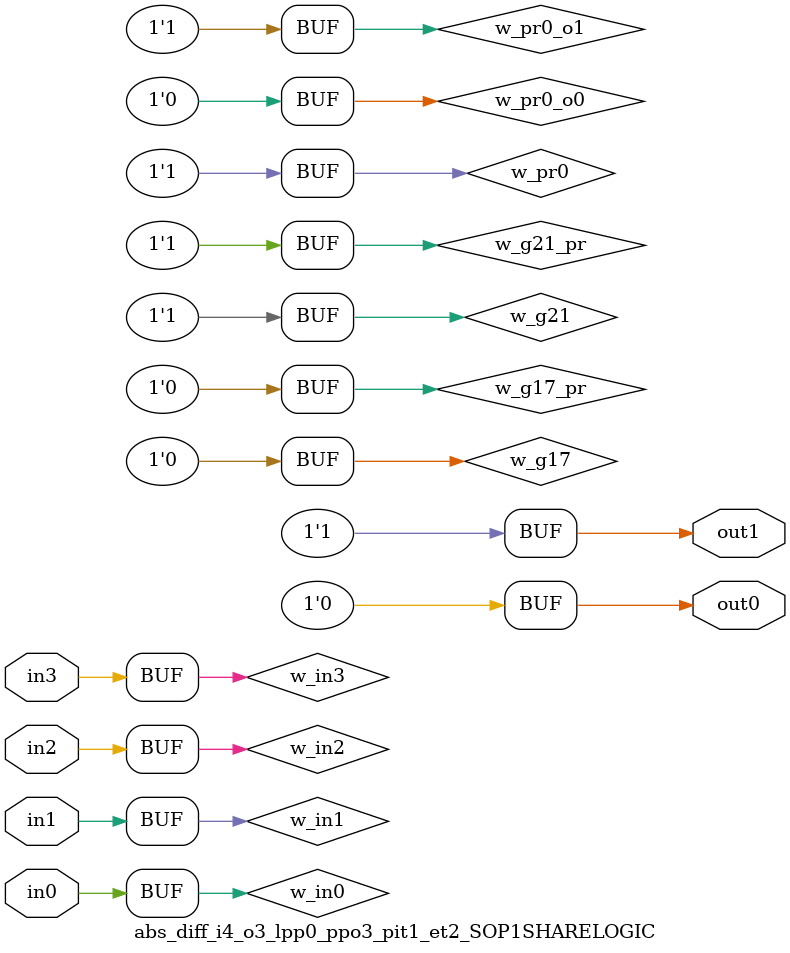
<source format=v>
module abs_diff_i4_o3_lpp0_ppo3_pit1_et2_SOP1SHARELOGIC (in0, in1, in2, in3, out0, out1);
// declaring inputs
input in0,  in1,  in2,  in3;
// declaring outputs
output out0,  out1;
// JSON model input
wire w_in3, w_in2, w_in1, w_in0;
// JSON model output
wire w_g17, w_g21;
//json model
wire w_g17_pr, w_g21_pr, w_pr0_o0, w_pr0_o1, w_pr0;
// JSON model input assign
assign w_in3 = in3;
assign w_in2 = in2;
assign w_in1 = in1;
assign w_in0 = in0;

//json model assigns (approximated Shared/XPAT part)
//assign literals to products
assign w_pr0 = 1;
//if a product has literals and if the product is being "activated" for that output
assign w_pr0_o0 = w_pr0 & 0;
assign w_pr0_o1 = w_pr0 & 1;
//compose an output with corresponding products (OR)
assign w_g17 = w_pr0_o0;
assign w_g21 = w_pr0_o1;
//if an output has products and if it is part of the JSON model
assign w_g17_pr = w_g17 & 0;
assign w_g21_pr = w_g21 & 1;
// output assigns
assign out0 = w_g17_pr;
assign out1 = w_g21_pr;
endmodule
</source>
